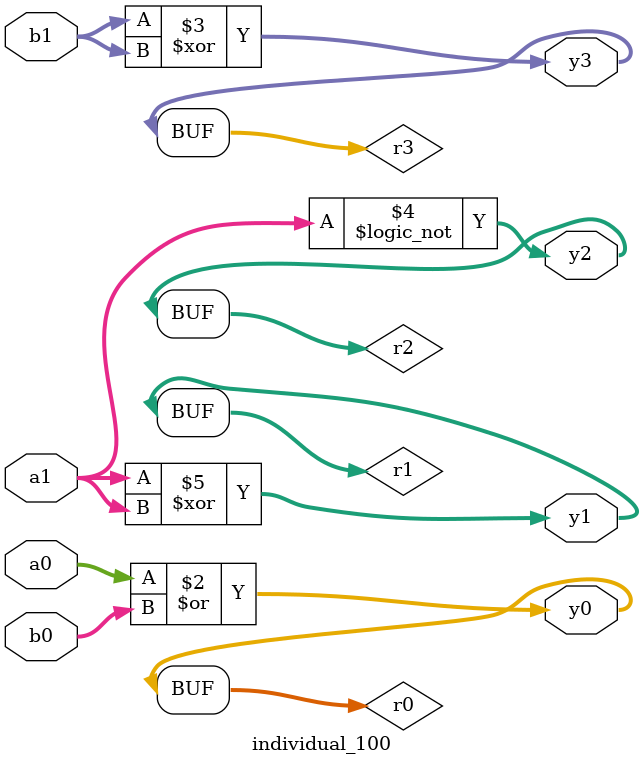
<source format=sv>
module individual_100(input logic [15:0] a1, input logic [15:0] a0, input logic [15:0] b1, input logic [15:0] b0, output logic [15:0] y3, output logic [15:0] y2, output logic [15:0] y1, output logic [15:0] y0);
logic [15:0] r0, r1, r2, r3; 
 always@(*) begin 
	 r0 = a0; r1 = a1; r2 = b0; r3 = b1; 
 	 r0  |=  b0 ;
 	 r3  ^=  r3 ;
 	 r2 = ! a1 ;
 	 r1  ^=  r1 ;
 	 y3 = r3; y2 = r2; y1 = r1; y0 = r0; 
end
endmodule
</source>
